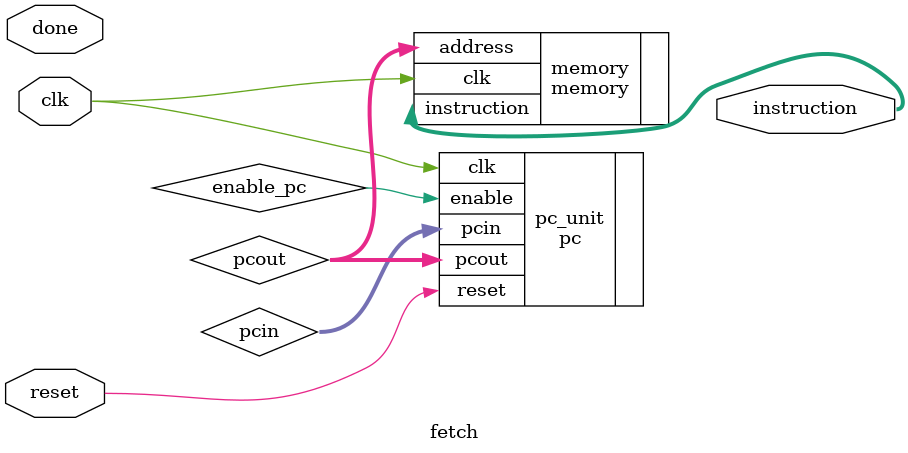
<source format=v>
module fetch (
    input wire clk,
    input wire reset,
    input wire done,
    output wire [15:0] instruction
);
    wire [7:0] pcin;
    wire [7:0] pcout;
    
    pc pc_unit (
	.pcin(pcin),
        .clk(clk),
        .reset(reset),
        .enable(enable_pc),
        .pcout(pcout)
    );

    memory memory (
	.clk(clk),
        .address(pcout),
        .instruction(instruction)
    );
endmodule

</source>
